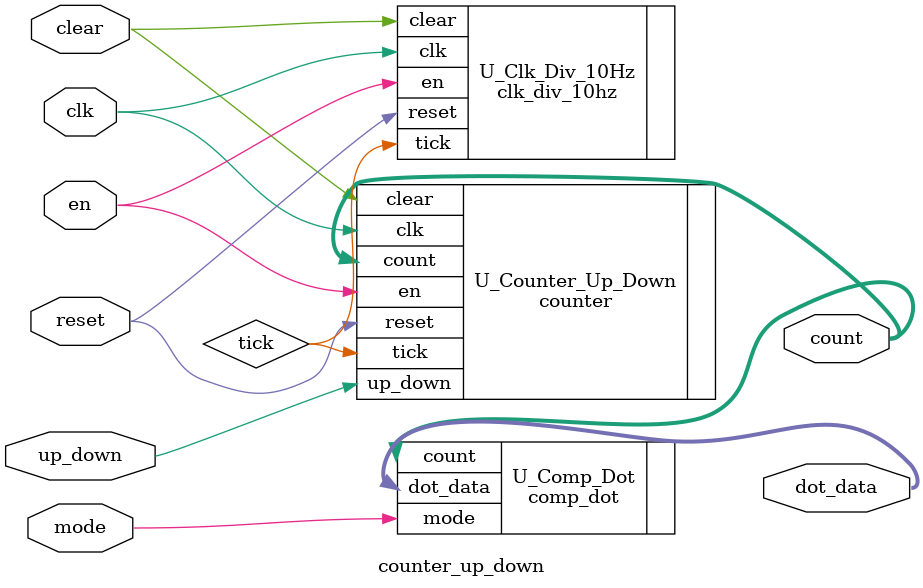
<source format=v>

module counter_up_down (
    input         clk,
    input         reset,
    input         en,
    input         clear,
    input         up_down,
    input         mode,
    output [13:0] count,
    output [ 3:0] dot_data
);
    wire tick;

    clk_div_10hz U_Clk_Div_10Hz (
        .clk  (clk),
        .reset(reset),
        .tick (tick),
        .en   (en),
        .clear(clear)
    );

    counter U_Counter_Up_Down (
        .clk  (clk),
        .reset(reset),
        .tick (tick),
        .up_down (up_down),
        .en   (en),
        .clear(clear),
        .count(count)
    );

    comp_dot U_Comp_Dot (
        .count(count),
        .mode(mode),
        .dot_data(dot_data)
    );
endmodule
</source>
